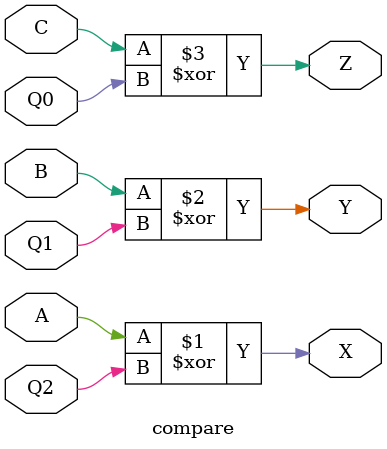
<source format=v>
module compare (Q2 , Q1 , Q0 , A , B , C , X , Y , Z); 
input Q2 , Q1 , Q0 , A , B , C ;
output X , Y , Z ; 
assign X = A^Q2 ; 
assign Y = B^Q1 ; 
assign Z = C^Q0 ; 

endmodule 
</source>
